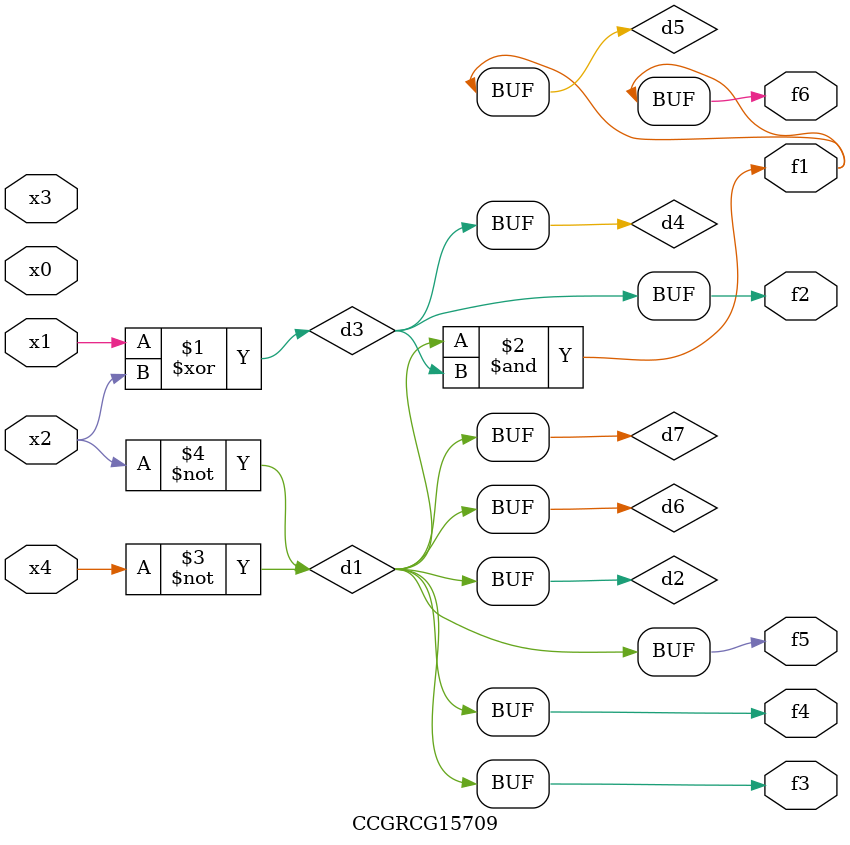
<source format=v>
module CCGRCG15709(
	input x0, x1, x2, x3, x4,
	output f1, f2, f3, f4, f5, f6
);

	wire d1, d2, d3, d4, d5, d6, d7;

	not (d1, x4);
	not (d2, x2);
	xor (d3, x1, x2);
	buf (d4, d3);
	and (d5, d1, d3);
	buf (d6, d1, d2);
	buf (d7, d2);
	assign f1 = d5;
	assign f2 = d4;
	assign f3 = d7;
	assign f4 = d7;
	assign f5 = d7;
	assign f6 = d5;
endmodule

</source>
